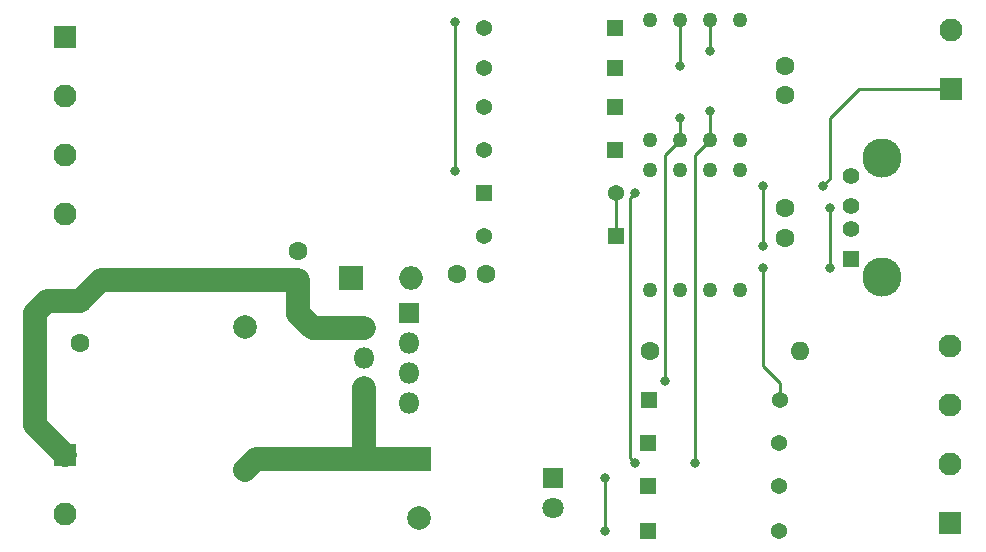
<source format=gbr>
%TF.GenerationSoftware,KiCad,Pcbnew,(6.0.9)*%
%TF.CreationDate,2022-12-19T09:49:19-08:00*%
%TF.ProjectId,TinyG-SuperPid-Integrator,54696e79-472d-4537-9570-65725069642d,rev?*%
%TF.SameCoordinates,Original*%
%TF.FileFunction,Copper,L1,Top*%
%TF.FilePolarity,Positive*%
%FSLAX46Y46*%
G04 Gerber Fmt 4.6, Leading zero omitted, Abs format (unit mm)*
G04 Created by KiCad (PCBNEW (6.0.9)) date 2022-12-19 09:49:19*
%MOMM*%
%LPD*%
G01*
G04 APERTURE LIST*
%TA.AperFunction,ComponentPad*%
%ADD10C,1.270000*%
%TD*%
%TA.AperFunction,ComponentPad*%
%ADD11R,1.950000X1.950000*%
%TD*%
%TA.AperFunction,ComponentPad*%
%ADD12C,1.950000*%
%TD*%
%TA.AperFunction,ComponentPad*%
%ADD13C,2.000000*%
%TD*%
%TA.AperFunction,ComponentPad*%
%ADD14C,1.600000*%
%TD*%
%TA.AperFunction,ComponentPad*%
%ADD15O,1.600000X1.600000*%
%TD*%
%TA.AperFunction,ComponentPad*%
%ADD16R,1.371600X1.371600*%
%TD*%
%TA.AperFunction,ComponentPad*%
%ADD17C,1.371600*%
%TD*%
%TA.AperFunction,ComponentPad*%
%ADD18R,2.000000X2.000000*%
%TD*%
%TA.AperFunction,ComponentPad*%
%ADD19O,2.000000X2.000000*%
%TD*%
%TA.AperFunction,ComponentPad*%
%ADD20R,1.800000X1.800000*%
%TD*%
%TA.AperFunction,ComponentPad*%
%ADD21O,1.800000X1.800000*%
%TD*%
%TA.AperFunction,ComponentPad*%
%ADD22R,1.408000X1.408000*%
%TD*%
%TA.AperFunction,ComponentPad*%
%ADD23C,1.408000*%
%TD*%
%TA.AperFunction,ComponentPad*%
%ADD24C,3.316000*%
%TD*%
%TA.AperFunction,ComponentPad*%
%ADD25R,1.600000X1.600000*%
%TD*%
%TA.AperFunction,ComponentPad*%
%ADD26C,1.800000*%
%TD*%
%TA.AperFunction,ViaPad*%
%ADD27C,0.800000*%
%TD*%
%TA.AperFunction,Conductor*%
%ADD28C,2.000000*%
%TD*%
%TA.AperFunction,Conductor*%
%ADD29C,0.250000*%
%TD*%
G04 APERTURE END LIST*
D10*
%TO.P,U2,1,A1*%
%TO.N,Net-(J1-Pad1)*%
X86995000Y-47585000D03*
%TO.P,U2,2,C1*%
%TO.N,Net-(R1-Pad1)*%
X84455000Y-47585000D03*
%TO.P,U2,3,C2*%
%TO.N,Net-(R2-Pad1)*%
X81915000Y-47585000D03*
%TO.P,U2,4,A2*%
%TO.N,Net-(J1-Pad2)*%
X79375000Y-47585000D03*
%TO.P,U2,5,GND*%
%TO.N,GND*%
X79375000Y-57745000D03*
%TO.P,U2,6,O2*%
%TO.N,Net-(J2-Pad3)*%
X81915000Y-57745000D03*
%TO.P,U2,7,O1*%
%TO.N,Net-(J2-Pad2)*%
X84455000Y-57745000D03*
%TO.P,U2,8,Vcc*%
%TO.N,+5V*%
X86995000Y-57745000D03*
%TD*%
D11*
%TO.P,J2,1,+5*%
%TO.N,+5V*%
X104775000Y-90170000D03*
D12*
%TO.P,J2,2,PWM*%
%TO.N,Net-(J2-Pad2)*%
X104775000Y-85170000D03*
%TO.P,J2,3,RUN*%
%TO.N,Net-(J2-Pad3)*%
X104775000Y-80170000D03*
%TO.P,J2,4,GND*%
%TO.N,GND*%
X104775000Y-75170000D03*
%TD*%
D13*
%TO.P,L1,1,1*%
%TO.N,Net-(Cb1-Pad1)*%
X45085000Y-73570000D03*
%TO.P,L1,2,2*%
%TO.N,+5V*%
X45085000Y-85640000D03*
%TD*%
D14*
%TO.P,RL1,1*%
%TO.N,GND*%
X79375000Y-75565000D03*
D15*
%TO.P,RL1,2*%
%TO.N,+5V*%
X92075000Y-75565000D03*
%TD*%
D16*
%TO.P,R1,1*%
%TO.N,Net-(R1-Pad1)*%
X76415700Y-48260000D03*
D17*
%TO.P,R1,2*%
%TO.N,GND*%
X65290500Y-48260000D03*
%TD*%
D18*
%TO.P,D1,1,K*%
%TO.N,Net-(Cb1-Pad1)*%
X54013318Y-69387801D03*
D19*
%TO.P,D1,2,A*%
%TO.N,GND*%
X59093318Y-69387801D03*
%TD*%
D16*
%TO.P,R9,1*%
%TO.N,GND*%
X79159300Y-86995000D03*
D17*
%TO.P,R9,2*%
%TO.N,Net-(R9-Pad2)*%
X90284500Y-86995000D03*
%TD*%
D11*
%TO.P,J1,1,PWM*%
%TO.N,Net-(J1-Pad1)*%
X29807500Y-49015000D03*
D12*
%TO.P,J1,2,SPIN*%
%TO.N,Net-(J1-Pad2)*%
X29807500Y-54015000D03*
%TO.P,J1,3,COOL*%
%TO.N,Net-(J1-Pad3)*%
X29807500Y-59015000D03*
%TO.P,J1,4,GND*%
%TO.N,GND*%
X29807500Y-64015000D03*
%TD*%
D20*
%TO.P,U1,1,Switch_Out*%
%TO.N,Net-(Cb1-Pad1)*%
X58905000Y-72390000D03*
D21*
%TO.P,U1,2,VIN*%
%TO.N,Net-(Cin1-Pad1)*%
X55105000Y-73660000D03*
%TO.P,U1,3,BOOST*%
%TO.N,Net-(Cb1-Pad2)*%
X58905000Y-74930000D03*
%TO.P,U1,4,GND*%
%TO.N,GND*%
X55105000Y-76200000D03*
%TO.P,U1,5,NC*%
%TO.N,unconnected-(U1-Pad5)*%
X58905000Y-77470000D03*
%TO.P,U1,6,FB*%
%TO.N,+5V*%
X55105000Y-78740000D03*
%TO.P,U1,7,ON/OFF*%
%TO.N,unconnected-(U1-Pad7)*%
X58905000Y-80010000D03*
%TD*%
D11*
%TO.P,J5,1,+*%
%TO.N,Net-(J5-Pad1)*%
X104812500Y-53420000D03*
D12*
%TO.P,J5,2,-*%
%TO.N,GND*%
X104812500Y-48420000D03*
%TD*%
D14*
%TO.P,C2,1*%
%TO.N,+5V*%
X90805000Y-63520000D03*
%TO.P,C2,2*%
%TO.N,GND*%
X90805000Y-66020000D03*
%TD*%
D22*
%TO.P,J4,1,Vcc*%
%TO.N,+5V*%
X96365000Y-67782500D03*
D23*
%TO.P,J4,2,D-*%
%TO.N,Net-(J4-Pad2)*%
X96365000Y-65282500D03*
%TO.P,J4,3,D+*%
%TO.N,Net-(J4-Pad3)*%
X96365000Y-63282500D03*
%TO.P,J4,4,GND*%
%TO.N,GND*%
X96365000Y-60782500D03*
D24*
%TO.P,J4,5,SHIELD*%
X99035000Y-69282500D03*
X99035000Y-59282500D03*
%TD*%
D16*
%TO.P,R8,1*%
%TO.N,Net-(J4-Pad3)*%
X79159300Y-83345678D03*
D17*
%TO.P,R8,2*%
%TO.N,+5V*%
X90284500Y-83345678D03*
%TD*%
D25*
%TO.P,Cin1,1*%
%TO.N,Net-(Cin1-Pad1)*%
X31115000Y-71372349D03*
D14*
%TO.P,Cin1,2*%
%TO.N,GND*%
X31115000Y-74872349D03*
%TD*%
D16*
%TO.P,R10,1*%
%TO.N,Net-(D2-Pad1)*%
X79159300Y-90805000D03*
D17*
%TO.P,R10,2*%
%TO.N,GND*%
X90284500Y-90805000D03*
%TD*%
D10*
%TO.P,U3,1,A1*%
%TO.N,unconnected-(U3-Pad1)*%
X86995000Y-60285000D03*
%TO.P,U3,2,C1*%
%TO.N,unconnected-(U3-Pad2)*%
X84455000Y-60285000D03*
%TO.P,U3,3,C2*%
%TO.N,Net-(R9-Pad2)*%
X81915000Y-60285000D03*
%TO.P,U3,4,A2*%
%TO.N,Net-(J1-Pad3)*%
X79375000Y-60285000D03*
%TO.P,U3,5,GND*%
%TO.N,GND*%
X79375000Y-70445000D03*
%TO.P,U3,6,O2*%
%TO.N,Net-(J5-Pad1)*%
X81915000Y-70445000D03*
%TO.P,U3,7,O1*%
%TO.N,unconnected-(U3-Pad7)*%
X84455000Y-70445000D03*
%TO.P,U3,8,Vcc*%
%TO.N,+5V*%
X86995000Y-70445000D03*
%TD*%
D14*
%TO.P,Cb1,1*%
%TO.N,Net-(Cb1-Pad1)*%
X63000203Y-69084865D03*
%TO.P,Cb1,2*%
%TO.N,Net-(Cb1-Pad2)*%
X65500203Y-69084865D03*
%TD*%
%TO.P,Cinx1,1*%
%TO.N,Net-(Cin1-Pad1)*%
X49562685Y-69592058D03*
%TO.P,Cinx1,2*%
%TO.N,GND*%
X49562685Y-67092058D03*
%TD*%
%TO.P,C1,1*%
%TO.N,+5V*%
X90805000Y-51435000D03*
%TO.P,C1,2*%
%TO.N,GND*%
X90805000Y-53935000D03*
%TD*%
D18*
%TO.P,Cout1,1*%
%TO.N,+5V*%
X59752077Y-84696742D03*
D13*
%TO.P,Cout1,2*%
%TO.N,GND*%
X59752077Y-89696742D03*
%TD*%
D11*
%TO.P,J3,1,+*%
%TO.N,Net-(Cin1-Pad1)*%
X29828410Y-84380787D03*
D12*
%TO.P,J3,2,-*%
%TO.N,GND*%
X29828410Y-89380787D03*
%TD*%
D16*
%TO.P,R7,1*%
%TO.N,GND*%
X79227567Y-79696356D03*
D17*
%TO.P,R7,2*%
%TO.N,Net-(J4-Pad3)*%
X90352767Y-79696356D03*
%TD*%
D16*
%TO.P,R2,1*%
%TO.N,Net-(R2-Pad1)*%
X76415700Y-51585365D03*
D17*
%TO.P,R2,2*%
%TO.N,GND*%
X65290500Y-51585365D03*
%TD*%
D20*
%TO.P,D2,1,K*%
%TO.N,Net-(D2-Pad1)*%
X71120000Y-86355000D03*
D26*
%TO.P,D2,2,A*%
%TO.N,+5V*%
X71120000Y-88895000D03*
%TD*%
D16*
%TO.P,R5,1*%
%TO.N,GND*%
X65312152Y-62214758D03*
D17*
%TO.P,R5,2*%
%TO.N,Net-(J4-Pad2)*%
X76437352Y-62214758D03*
%TD*%
D16*
%TO.P,R3,1*%
%TO.N,Net-(J2-Pad2)*%
X76415700Y-54910730D03*
D17*
%TO.P,R3,2*%
%TO.N,+5V*%
X65290500Y-54910730D03*
%TD*%
D16*
%TO.P,R4,1*%
%TO.N,Net-(J2-Pad3)*%
X76390749Y-58532218D03*
D17*
%TO.P,R4,2*%
%TO.N,+5V*%
X65265549Y-58532218D03*
%TD*%
D16*
%TO.P,R6,1*%
%TO.N,Net-(J4-Pad2)*%
X76446305Y-65864080D03*
D17*
%TO.P,R6,2*%
%TO.N,+5V*%
X65321105Y-65864080D03*
%TD*%
D27*
%TO.N,Net-(J1-Pad3)*%
X62865000Y-47714500D03*
X62865000Y-60325000D03*
%TO.N,Net-(J2-Pad2)*%
X83185000Y-85090000D03*
X84455000Y-55245000D03*
%TO.N,Net-(J2-Pad3)*%
X80645000Y-78105000D03*
X81915000Y-55880000D03*
%TO.N,Net-(J4-Pad3)*%
X94615000Y-63500000D03*
X94615000Y-68580000D03*
X88900000Y-68580000D03*
%TO.N,Net-(R1-Pad1)*%
X84455000Y-50165000D03*
%TO.N,Net-(R2-Pad1)*%
X81915000Y-51435000D03*
%TO.N,Net-(R9-Pad2)*%
X78105000Y-85090000D03*
X78105000Y-62230000D03*
%TO.N,Net-(J5-Pad1)*%
X88900000Y-66675000D03*
X93980000Y-61595000D03*
X88900000Y-61595000D03*
%TO.N,Net-(D2-Pad1)*%
X75565000Y-86360000D03*
X75565000Y-90805000D03*
%TD*%
D28*
%TO.N,+5V*%
X55105000Y-84595000D02*
X55003258Y-84696742D01*
X55105000Y-78740000D02*
X55105000Y-84595000D01*
X59752077Y-84696742D02*
X55003258Y-84696742D01*
X55003258Y-84696742D02*
X46028258Y-84696742D01*
X46028258Y-84696742D02*
X45085000Y-85640000D01*
%TO.N,Net-(Cin1-Pad1)*%
X49562685Y-69592058D02*
X49562685Y-72422685D01*
X49530000Y-69624743D02*
X49562685Y-69592058D01*
X28322651Y-71372349D02*
X31115000Y-71372349D01*
X27305000Y-81857377D02*
X27305000Y-72390000D01*
X50800000Y-73660000D02*
X55105000Y-73660000D01*
X32895291Y-69592058D02*
X49562685Y-69592058D01*
X49562685Y-72422685D02*
X50800000Y-73660000D01*
X27305000Y-72390000D02*
X28322651Y-71372349D01*
X29828410Y-84380787D02*
X27305000Y-81857377D01*
X31115000Y-71372349D02*
X32895291Y-69592058D01*
D29*
%TO.N,Net-(J1-Pad3)*%
X62865000Y-47714500D02*
X62865000Y-60325000D01*
%TO.N,Net-(J2-Pad2)*%
X83185000Y-59015000D02*
X84455000Y-57745000D01*
X84455000Y-55245000D02*
X84455000Y-57745000D01*
X83185000Y-85090000D02*
X83185000Y-59015000D01*
%TO.N,Net-(J2-Pad3)*%
X80645000Y-78105000D02*
X80645000Y-59015000D01*
X80645000Y-59015000D02*
X81915000Y-57745000D01*
X81915000Y-55880000D02*
X81915000Y-57745000D01*
%TO.N,Net-(J4-Pad2)*%
X95969325Y-64886825D02*
X96365000Y-65282500D01*
X76437352Y-62214758D02*
X76437352Y-65855127D01*
X76437352Y-65855127D02*
X76446305Y-65864080D01*
%TO.N,Net-(J4-Pad3)*%
X88900000Y-76835000D02*
X88900000Y-68580000D01*
X90352767Y-78287767D02*
X88900000Y-76835000D01*
X94615000Y-68580000D02*
X94615000Y-63500000D01*
X90352767Y-79696356D02*
X90352767Y-78287767D01*
%TO.N,Net-(R1-Pad1)*%
X84455000Y-50165000D02*
X84455000Y-47585000D01*
%TO.N,Net-(R2-Pad1)*%
X81915000Y-51435000D02*
X81915000Y-47585000D01*
%TO.N,Net-(R9-Pad2)*%
X77684980Y-62650020D02*
X78105000Y-62230000D01*
X78105000Y-85090000D02*
X77684980Y-84669980D01*
X77684980Y-84669980D02*
X77684980Y-62650020D01*
%TO.N,Net-(J5-Pad1)*%
X97075000Y-53420000D02*
X104812500Y-53420000D01*
X94615000Y-60960000D02*
X94615000Y-55880000D01*
X93980000Y-61595000D02*
X94615000Y-60960000D01*
X94615000Y-55880000D02*
X97075000Y-53420000D01*
X88900000Y-66675000D02*
X88900000Y-61595000D01*
%TO.N,Net-(D2-Pad1)*%
X75565000Y-86360000D02*
X75565000Y-90805000D01*
%TD*%
M02*

</source>
